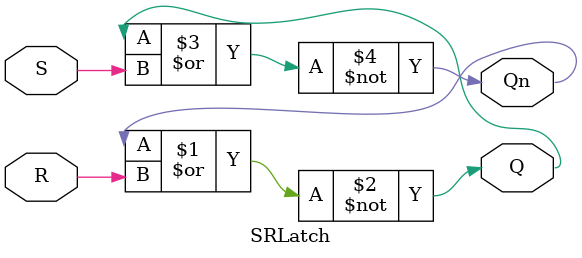
<source format=v>
module SRLatch (
    input wire S,
    input wire R,
    output wire Q,
    output wire Qn);
    //功能定义
    assign Q = ~(Qn | R);
    assign Qn = ~(Q | S);
endmodule
</source>
